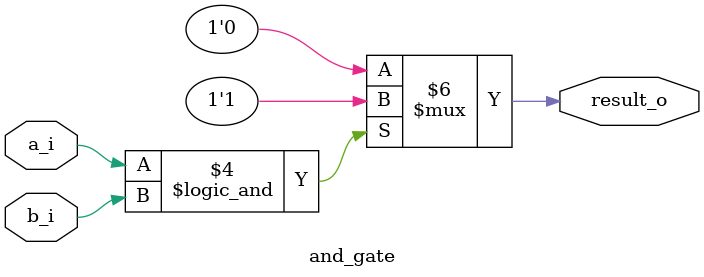
<source format=v>
module and_gate(
    input a_i,
    input b_i,
    output reg result_o
);

    // using built in operator:
    // assign result_o = a_i && b_i;
    always @(*) begin : and_logic
        if (a_i == 1'b1 && b_i == 1'b1)
            result_o = 1'b1;
        else
            result_o = 1'b0;
    end

endmodule

</source>
